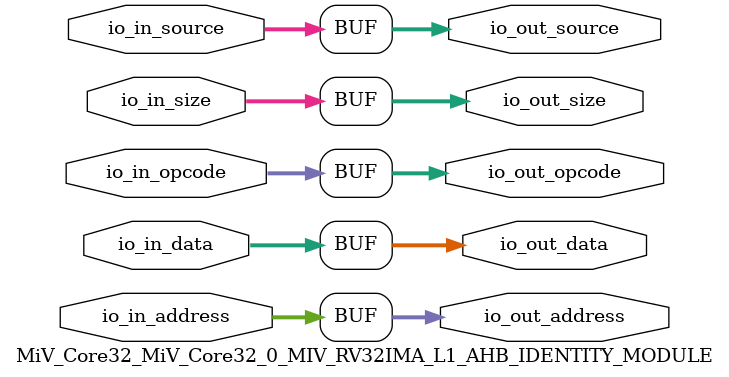
<source format=v>
`ifndef RANDOMIZE_REG_INIT 
	 `define RANDOMIZE_REG_INIT 
 `endif
`ifndef RANDOMIZE_MEM_INIT 
	 `define RANDOMIZE_MEM_INIT 
 `endif
`ifndef RANDOMIZE 
	 `define RANDOMIZE 
`endif

`timescale 1ns/10ps
module MiV_Core32_MiV_Core32_0_MIV_RV32IMA_L1_AHB_IDENTITY_MODULE( // @[:freechips.rocketchip.system.MivRV32ImaL1AhbConfig.fir@49.2]
  input  [2:0]  io_in_opcode, // @[:freechips.rocketchip.system.MivRV32ImaL1AhbConfig.fir@52.4]
  input  [3:0]  io_in_size, // @[:freechips.rocketchip.system.MivRV32ImaL1AhbConfig.fir@52.4]
  input  [2:0]  io_in_source, // @[:freechips.rocketchip.system.MivRV32ImaL1AhbConfig.fir@52.4]
  input  [31:0] io_in_address, // @[:freechips.rocketchip.system.MivRV32ImaL1AhbConfig.fir@52.4]
  input  [31:0] io_in_data, // @[:freechips.rocketchip.system.MivRV32ImaL1AhbConfig.fir@52.4]
  output [2:0]  io_out_opcode, // @[:freechips.rocketchip.system.MivRV32ImaL1AhbConfig.fir@52.4]
  output [3:0]  io_out_size, // @[:freechips.rocketchip.system.MivRV32ImaL1AhbConfig.fir@52.4]
  output [2:0]  io_out_source, // @[:freechips.rocketchip.system.MivRV32ImaL1AhbConfig.fir@52.4]
  output [31:0] io_out_address, // @[:freechips.rocketchip.system.MivRV32ImaL1AhbConfig.fir@52.4]
  output [31:0] io_out_data // @[:freechips.rocketchip.system.MivRV32ImaL1AhbConfig.fir@52.4]
);
  assign io_out_opcode = io_in_opcode;
  assign io_out_size = io_in_size;
  assign io_out_source = io_in_source;
  assign io_out_address = io_in_address;
  assign io_out_data = io_in_data;
endmodule

</source>
